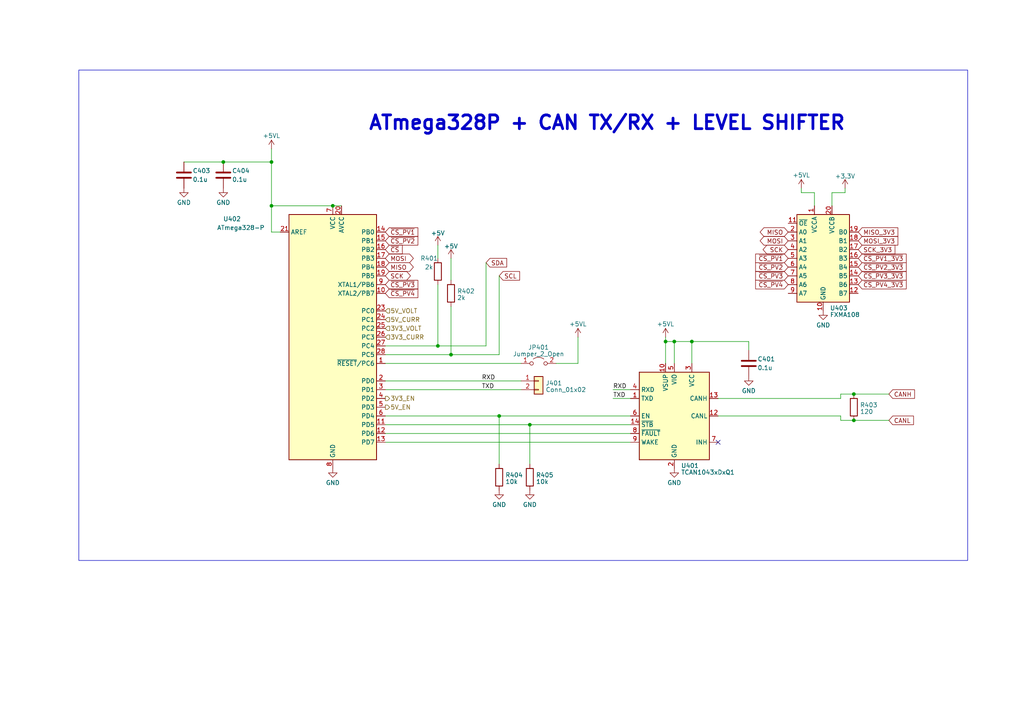
<source format=kicad_sch>
(kicad_sch (version 20230121) (generator eeschema)
  (paper "A4")
  (lib_symbols
    (symbol "Connector_Generic:Conn_01x02" (pin_names (offset 1.016) hide)
      (property "Reference" "J" (at 0 2.54 0))
      (property "Value" "Conn_01x02" (at 0 -5.08 0))
      (symbol "Conn_01x02_1_1"
        (rectangle (start -1.27 -2.413) (end 0 -2.667) (stroke (width 0.1524)))
        (rectangle (start -1.27 0.127) (end 0 -0.127) (stroke (width 0.1524)))
        (rectangle (start -1.27 1.27) (end 1.27 -3.81) (stroke (width 0.254)) (fill (type background)))
        (pin passive line (at -5.08 0 0) (length 3.81) (name "Pin_1") (number "1"))
        (pin passive line (at -5.08 -2.54 0) (length 3.81) (name "Pin_2") (number "2"))
      )
    )
    (symbol "Device:C" (pin_numbers hide) (pin_names (offset 0.254))
      (property "Reference" "C" (at 0.635 2.54 0))
      (property "Value" "C" (at 0.635 -2.54 0))
      (symbol "C_0_1"
        (polyline (pts (xy -2.032 -0.762) (xy 2.032 -0.762)) (stroke (width 0.508)))
        (polyline (pts (xy -2.032 0.762) (xy 2.032 0.762)) (stroke (width 0.508)))
      )
      (symbol "C_1_1"
        (pin passive line (at 0 3.81 270) (length 2.794) (name "~") (number "1"))
        (pin passive line (at 0 -3.81 90) (length 2.794) (name "~") (number "2"))
      )
    )
    (symbol "Device:R" (pin_numbers hide) (pin_names (offset 0))
      (property "Reference" "R" (at 2.032 0 90))
      (property "Value" "R" (at 0 0 90))
      (symbol "R_0_1"
        (rectangle (start -1.016 -2.54) (end 1.016 2.54) (stroke (width 0.254)))
      )
      (symbol "R_1_1"
        (pin passive line (at 0 3.81 270) (length 1.27) (name "~") (number "1"))
        (pin passive line (at 0 -3.81 90) (length 1.27) (name "~") (number "2"))
      )
    )
    (symbol "Interface_CAN_LIN:TCAN1043xDxQ1"
      (property "Reference" "U401" (at 1.9559 -14.4225 0))
      (property "Value" "TCAN1043xDxQ1" (at 1.9559 -16.3435 0))
      (symbol "TCAN1043xDxQ1_0_1"
        (rectangle (start -10.16 12.7) (end 10.16 -12.7) (stroke (width 0.254)) (fill (type background)))
      )
      (symbol "TCAN1043xDxQ1_1_1"
        (pin input line (at -12.7 5.08 0) (length 2.54) (name "TXD") (number "1"))
        (pin power_in line (at -2.54 15.24 270) (length 2.54) (name "VSUP") (number "10"))
        (pin no_connect line (at 10.16 -10.16 180) (length 2.54) hide (name "NC") (number "11"))
        (pin bidirectional line (at 12.7 0 180) (length 2.54) (name "CANL") (number "12"))
        (pin bidirectional line (at 12.7 5.08 180) (length 2.54) (name "CANH") (number "13"))
        (pin input line (at -12.7 -2.54 0) (length 2.54) (name "~{STB}") (number "14"))
        (pin power_in line (at 0 -15.24 90) (length 2.54) (name "GND") (number "2"))
        (pin power_in line (at 5.08 15.24 270) (length 2.54) (name "VCC") (number "3"))
        (pin output line (at -12.7 7.62 0) (length 2.54) (name "RXD") (number "4"))
        (pin power_in line (at 0 15.24 270) (length 2.54) (name "VIO") (number "5"))
        (pin input line (at -12.7 0 0) (length 2.54) (name "EN") (number "6"))
        (pin open_emitter line (at 12.7 -7.62 180) (length 2.54) (name "INH") (number "7"))
        (pin output line (at -12.7 -5.08 0) (length 2.54) (name "~{FAULT}") (number "8"))
        (pin input line (at -12.7 -7.62 0) (length 2.54) (name "WAKE") (number "9"))
      )
    )
    (symbol "Jumper:Jumper_2_Open" (pin_names (offset 0) hide)
      (property "Reference" "JP" (at 0 2.794 0))
      (property "Value" "Jumper_2_Open" (at 0 -2.286 0))
      (symbol "Jumper_2_Open_0_0"
        (circle (center -2.032 0) (radius 0.508))
        (circle (center 2.032 0) (radius 0.508))
      )
      (symbol "Jumper_2_Open_0_1"
        (arc (start 1.524 1.27) (mid 0 1.778) (end -1.524 1.27))
      )
      (symbol "Jumper_2_Open_1_1"
        (pin passive line (at -5.08 0 0) (length 2.54) (name "A") (number "1"))
        (pin passive line (at 5.08 0 180) (length 2.54) (name "B") (number "2"))
      )
    )
    (symbol "Logic_LevelTranslator:FXMA108"
      (property "Reference" "U" (at -6.35 13.97 0))
      (property "Value" "FXMA108" (at 7.62 13.97 0))
      (symbol "FXMA108_1_1"
        (rectangle (start -7.62 12.7) (end 7.62 -12.7) (stroke (width 0.254)) (fill (type background)))
        (pin power_in line (at -2.54 15.24 270) (length 2.54) (name "VCCA") (number "1"))
        (pin power_in line (at 0 -15.24 90) (length 2.54) (name "GND") (number "10"))
        (pin input line (at -10.16 10.16 0) (length 2.54) (name "~{OE}") (number "11"))
        (pin bidirectional line (at 10.16 -10.16 180) (length 2.54) (name "B7") (number "12"))
        (pin bidirectional line (at 10.16 -7.62 180) (length 2.54) (name "B6") (number "13"))
        (pin bidirectional line (at 10.16 -5.08 180) (length 2.54) (name "B5") (number "14"))
        (pin bidirectional line (at 10.16 -2.54 180) (length 2.54) (name "B4") (number "15"))
        (pin bidirectional line (at 10.16 0 180) (length 2.54) (name "B3") (number "16"))
        (pin bidirectional line (at 10.16 2.54 180) (length 2.54) (name "B2") (number "17"))
        (pin bidirectional line (at 10.16 5.08 180) (length 2.54) (name "B1") (number "18"))
        (pin bidirectional line (at 10.16 7.62 180) (length 2.54) (name "B0") (number "19"))
        (pin bidirectional line (at -10.16 7.62 0) (length 2.54) (name "A0") (number "2"))
        (pin power_in line (at 2.54 15.24 270) (length 2.54) (name "VCCB") (number "20"))
        (pin no_connect line (at 2.54 -12.7 90) (length 2.54) hide (name "NC") (number "21"))
        (pin bidirectional line (at -10.16 5.08 0) (length 2.54) (name "A1") (number "3"))
        (pin bidirectional line (at -10.16 2.54 0) (length 2.54) (name "A2") (number "4"))
        (pin bidirectional line (at -10.16 0 0) (length 2.54) (name "A3") (number "5"))
        (pin bidirectional line (at -10.16 -2.54 0) (length 2.54) (name "A4") (number "6"))
        (pin bidirectional line (at -10.16 -5.08 0) (length 2.54) (name "A5") (number "7"))
        (pin bidirectional line (at -10.16 -7.62 0) (length 2.54) (name "A6") (number "8"))
        (pin bidirectional line (at -10.16 -10.16 0) (length 2.54) (name "A7") (number "9"))
      )
    )
    (symbol "MCU_Microchip_ATmega:ATmega328-P"
      (property "Reference" "U" (at -12.7 36.83 0))
      (property "Value" "ATmega328-P" (at 2.54 -36.83 0))
      (symbol "ATmega328-P_0_1"
        (rectangle (start -12.7 -35.56) (end 12.7 35.56) (stroke (width 0.254)) (fill (type background)))
      )
      (symbol "ATmega328-P_1_1"
        (pin bidirectional line (at 15.24 -7.62 180) (length 2.54) (name "~{RESET}/PC6") (number "1"))
        (pin bidirectional line (at 15.24 12.7 180) (length 2.54) (name "XTAL2/PB7") (number "10"))
        (pin bidirectional line (at 15.24 -25.4 180) (length 2.54) (name "PD5") (number "11"))
        (pin bidirectional line (at 15.24 -27.94 180) (length 2.54) (name "PD6") (number "12"))
        (pin bidirectional line (at 15.24 -30.48 180) (length 2.54) (name "PD7") (number "13"))
        (pin bidirectional line (at 15.24 30.48 180) (length 2.54) (name "PB0") (number "14"))
        (pin bidirectional line (at 15.24 27.94 180) (length 2.54) (name "PB1") (number "15"))
        (pin bidirectional line (at 15.24 25.4 180) (length 2.54) (name "PB2") (number "16"))
        (pin bidirectional line (at 15.24 22.86 180) (length 2.54) (name "PB3") (number "17"))
        (pin bidirectional line (at 15.24 20.32 180) (length 2.54) (name "PB4") (number "18"))
        (pin bidirectional line (at 15.24 17.78 180) (length 2.54) (name "PB5") (number "19"))
        (pin bidirectional line (at 15.24 -12.7 180) (length 2.54) (name "PD0") (number "2"))
        (pin power_in line (at 2.54 38.1 270) (length 2.54) (name "AVCC") (number "20"))
        (pin passive line (at -15.24 30.48 0) (length 2.54) (name "AREF") (number "21"))
        (pin passive line (at 0 -38.1 90) (length 2.54) hide (name "GND") (number "22"))
        (pin bidirectional line (at 15.24 7.62 180) (length 2.54) (name "PC0") (number "23"))
        (pin bidirectional line (at 15.24 5.08 180) (length 2.54) (name "PC1") (number "24"))
        (pin bidirectional line (at 15.24 2.54 180) (length 2.54) (name "PC2") (number "25"))
        (pin bidirectional line (at 15.24 0 180) (length 2.54) (name "PC3") (number "26"))
        (pin bidirectional line (at 15.24 -2.54 180) (length 2.54) (name "PC4") (number "27"))
        (pin bidirectional line (at 15.24 -5.08 180) (length 2.54) (name "PC5") (number "28"))
        (pin bidirectional line (at 15.24 -15.24 180) (length 2.54) (name "PD1") (number "3"))
        (pin bidirectional line (at 15.24 -17.78 180) (length 2.54) (name "PD2") (number "4"))
        (pin bidirectional line (at 15.24 -20.32 180) (length 2.54) (name "PD3") (number "5"))
        (pin bidirectional line (at 15.24 -22.86 180) (length 2.54) (name "PD4") (number "6"))
        (pin power_in line (at 0 38.1 270) (length 2.54) (name "VCC") (number "7"))
        (pin power_in line (at 0 -38.1 90) (length 2.54) (name "GND") (number "8"))
        (pin bidirectional line (at 15.24 15.24 180) (length 2.54) (name "XTAL1/PB6") (number "9"))
      )
    )
    (symbol "power:+3.3V" (power) (pin_names (offset 0))
      (property "Value" "+3.3V" (at 0 3.556 0))
      (symbol "+3.3V_0_1"
        (polyline (pts (xy -0.762 1.27) (xy 0 2.54)))
        (polyline (pts (xy 0 0) (xy 0 2.54)))
        (polyline (pts (xy 0 2.54) (xy 0.762 1.27)))
      )
      (symbol "+3.3V_1_1"
        (pin power_in line (at 0 0 90) (length 0) hide (name "+3.3V") (number "1"))
      )
    )
    (symbol "power:+5V" (power) (pin_names (offset 0))
      (property "Value" "+5V" (at 0 3.556 0))
      (symbol "+5V_0_1"
        (polyline (pts (xy -0.762 1.27) (xy 0 2.54)))
        (polyline (pts (xy 0 0) (xy 0 2.54)))
        (polyline (pts (xy 0 2.54) (xy 0.762 1.27)))
      )
      (symbol "+5V_1_1"
        (pin power_in line (at 0 0 90) (length 0) hide (name "+5V") (number "1"))
      )
    )
    (symbol "power:+5VL" (power) (pin_names (offset 0))
      (property "Value" "+5VL" (at 0 3.556 0))
      (symbol "+5VL_0_1"
        (polyline (pts (xy -0.762 1.27) (xy 0 2.54)))
        (polyline (pts (xy 0 0) (xy 0 2.54)))
        (polyline (pts (xy 0 2.54) (xy 0.762 1.27)))
      )
      (symbol "+5VL_1_1"
        (pin power_in line (at 0 0 90) (length 0) hide (name "+5VL") (number "1"))
      )
    )
    (symbol "power:GND" (power) (pin_names (offset 0))
      (property "Value" "GND" (at 0 -3.81 0))
      (symbol "GND_0_1"
        (polyline (pts (xy 0 0) (xy 0 -1.27) (xy 1.27 -1.27) (xy 0 -2.54) (xy -1.27 -1.27) (xy 0 -1.27)))
      )
      (symbol "GND_1_1"
        (pin power_in line (at 0 0 270) (length 0) hide (name "GND") (number "1"))
      )
    )
  )
  (junction (at 78.74 59.69))
  (junction (at 130.81 102.87))
  (junction (at 64.77 46.99))
  (junction (at 193.04 99.06))
  (junction (at 153.67 123.19))
  (junction (at 144.78 120.65))
  (junction (at 247.65 114.3))
  (junction (at 200.66 99.06))
  (junction (at 247.65 121.92))
  (junction (at 78.74 46.99))
  (junction (at 195.58 99.06))
  (junction (at 96.52 59.69))
  (junction (at 127 100.33))
  (no_connect (at 208.28 128.27))
  (wire (pts (xy 111.76 125.73) (xy 182.88 125.73)))
  (wire (pts (xy 243.84 114.3) (xy 243.84 115.57)))
  (wire (pts (xy 130.81 102.87) (xy 144.78 102.87)))
  (wire (pts (xy 195.58 105.41) (xy 195.58 99.06)))
  (wire (pts (xy 247.65 114.3) (xy 257.81 114.3)))
  (wire (pts (xy 153.67 123.19) (xy 153.67 134.62)))
  (wire (pts (xy 144.78 120.65) (xy 182.88 120.65)))
  (wire (pts (xy 153.67 123.19) (xy 182.88 123.19)))
  (wire (pts (xy 96.52 59.69) (xy 99.06 59.69)))
  (wire (pts (xy 232.41 54.61) (xy 232.41 55.88)))
  (wire (pts (xy 247.65 121.92) (xy 257.81 121.92)))
  (wire (pts (xy 200.66 99.06) (xy 217.17 99.06)))
  (wire (pts (xy 243.84 120.65) (xy 243.84 121.92)))
  (wire (pts (xy 193.04 105.41) (xy 193.04 99.06)))
  (wire (pts (xy 111.76 128.27) (xy 182.88 128.27)))
  (wire (pts (xy 177.8 113.03) (xy 182.88 113.03)))
  (wire (pts (xy 217.17 99.06) (xy 217.17 101.6)))
  (wire (pts (xy 236.22 55.88) (xy 236.22 59.69)))
  (wire (pts (xy 130.81 88.9) (xy 130.81 102.87)))
  (wire (pts (xy 111.76 100.33) (xy 127 100.33)))
  (wire (pts (xy 144.78 120.65) (xy 144.78 134.62)))
  (wire (pts (xy 208.28 120.65) (xy 243.84 120.65)))
  (wire (pts (xy 130.81 74.93) (xy 130.81 81.28)))
  (wire (pts (xy 78.74 46.99) (xy 78.74 59.69)))
  (wire (pts (xy 127 100.33) (xy 140.97 100.33)))
  (wire (pts (xy 200.66 99.06) (xy 195.58 99.06)))
  (wire (pts (xy 241.3 55.88) (xy 241.3 59.69)))
  (wire (pts (xy 208.28 115.57) (xy 243.84 115.57)))
  (wire (pts (xy 64.77 46.99) (xy 78.74 46.99)))
  (wire (pts (xy 78.74 67.31) (xy 81.28 67.31)))
  (wire (pts (xy 78.74 59.69) (xy 96.52 59.69)))
  (wire (pts (xy 127 71.12) (xy 127 74.93)))
  (wire (pts (xy 245.11 55.88) (xy 241.3 55.88)))
  (wire (pts (xy 78.74 67.31) (xy 78.74 59.69)))
  (wire (pts (xy 232.41 55.88) (xy 236.22 55.88)))
  (wire (pts (xy 243.84 121.92) (xy 247.65 121.92)))
  (wire (pts (xy 161.29 105.41) (xy 167.64 105.41)))
  (wire (pts (xy 111.76 113.03) (xy 151.13 113.03)))
  (wire (pts (xy 193.04 97.79) (xy 193.04 99.06)))
  (wire (pts (xy 243.84 114.3) (xy 247.65 114.3)))
  (wire (pts (xy 167.64 105.41) (xy 167.64 97.79)))
  (wire (pts (xy 111.76 110.49) (xy 151.13 110.49)))
  (wire (pts (xy 200.66 105.41) (xy 200.66 99.06)))
  (wire (pts (xy 78.74 43.18) (xy 78.74 46.99)))
  (wire (pts (xy 195.58 99.06) (xy 193.04 99.06)))
  (wire (pts (xy 111.76 105.41) (xy 151.13 105.41)))
  (wire (pts (xy 127 82.55) (xy 127 100.33)))
  (wire (pts (xy 53.34 46.99) (xy 64.77 46.99)))
  (wire (pts (xy 144.78 102.87) (xy 144.78 80.01)))
  (wire (pts (xy 111.76 102.87) (xy 130.81 102.87)))
  (wire (pts (xy 111.76 120.65) (xy 144.78 120.65)))
  (wire (pts (xy 177.8 115.57) (xy 182.88 115.57)))
  (wire (pts (xy 111.76 123.19) (xy 153.67 123.19)))
  (wire (pts (xy 140.97 100.33) (xy 140.97 76.2)))
  (wire (pts (xy 245.11 54.61) (xy 245.11 55.88)))
  (rectangle (start 22.86 20.32) (end 280.67 162.56))
  (text "ATmega328P + CAN TX/RX + LEVEL SHIFTER" (at 106.68 38.1 0) (effects (font (size 4 4) bold) (justify left bottom)))
  (label "TXD" (at 177.8 115.57 0))
  (label "TXD" (at 139.7 113.03 0))
  (label "RXD" (at 139.7 110.49 0))
  (label "RXD" (at 177.8 113.03 0))
  (global_label "~{CS_PV1}" (shape input) (at 111.76 67.31 0) (property "Intersheetrefs" "${INTERSHEET_REFS}" (effects hide)))
  (global_label "MOSI" (shape bidirectional) (at 228.6 69.85 180) (property "Intersheetrefs" "${INTERSHEET_REFS}" (effects hide)))
  (global_label "~{CS_PV4_3V3}" (shape input) (at 248.92 82.55 0) (property "Intersheetrefs" "${INTERSHEET_REFS}" (effects hide)))
  (global_label "~{CS_PV4}" (shape input) (at 228.6 82.55 180) (property "Intersheetrefs" "${INTERSHEET_REFS}" (effects hide)))
  (global_label "SDA" (shape input) (at 140.97 76.2 0) (property "Intersheetrefs" "${INTERSHEET_REFS}" (effects hide)))
  (global_label "CANL" (shape input) (at 257.81 121.92 0) (property "Intersheetrefs" "${INTERSHEET_REFS}" (effects hide)))
  (global_label "MOSI" (shape bidirectional) (at 111.76 74.93 0) (property "Intersheetrefs" "${INTERSHEET_REFS}" (effects hide)))
  (global_label "~{CS_PV3_3V3}" (shape input) (at 248.92 80.01 0) (property "Intersheetrefs" "${INTERSHEET_REFS}" (effects hide)))
  (global_label "~{CS_PV2}" (shape input) (at 228.6 77.47 180) (property "Intersheetrefs" "${INTERSHEET_REFS}" (effects hide)))
  (global_label "~{CS_PV1_3V3}" (shape input) (at 248.92 74.93 0) (property "Intersheetrefs" "${INTERSHEET_REFS}" (effects hide)))
  (global_label "SCK" (shape bidirectional) (at 111.76 80.01 0) (property "Intersheetrefs" "${INTERSHEET_REFS}" (effects hide)))
  (global_label "SCL" (shape input) (at 144.78 80.01 0) (property "Intersheetrefs" "${INTERSHEET_REFS}" (effects hide)))
  (global_label "~{CS_PV3}" (shape input) (at 111.76 82.55 0) (property "Intersheetrefs" "${INTERSHEET_REFS}" (effects hide)))
  (global_label "SCK_3V3" (shape input) (at 248.92 72.39 0) (property "Intersheetrefs" "${INTERSHEET_REFS}" (effects hide)))
  (global_label "MISO_3V3" (shape input) (at 248.92 67.31 0) (property "Intersheetrefs" "${INTERSHEET_REFS}" (effects hide)))
  (global_label "SCK" (shape bidirectional) (at 228.6 72.39 180) (property "Intersheetrefs" "${INTERSHEET_REFS}" (effects hide)))
  (global_label "MISO" (shape bidirectional) (at 111.76 77.47 0) (property "Intersheetrefs" "${INTERSHEET_REFS}" (effects hide)))
  (global_label "~{CS_PV2_3V3}" (shape input) (at 248.92 77.47 0) (property "Intersheetrefs" "${INTERSHEET_REFS}" (effects hide)))
  (global_label "CANH" (shape input) (at 257.81 114.3 0) (property "Intersheetrefs" "${INTERSHEET_REFS}" (effects hide)))
  (global_label "~{CS_PV1}" (shape input) (at 228.6 74.93 180) (property "Intersheetrefs" "${INTERSHEET_REFS}" (effects hide)))
  (global_label "~{CS}" (shape input) (at 111.76 72.39 0) (property "Intersheetrefs" "${INTERSHEET_REFS}" (effects hide)))
  (global_label "~{CS_PV2}" (shape input) (at 111.76 69.85 0) (property "Intersheetrefs" "${INTERSHEET_REFS}" (effects hide)))
  (global_label "~{CS_PV4}" (shape input) (at 111.76 85.09 0) (property "Intersheetrefs" "${INTERSHEET_REFS}" (effects hide)))
  (global_label "~{CS_PV3}" (shape input) (at 228.6 80.01 180) (property "Intersheetrefs" "${INTERSHEET_REFS}" (effects hide)))
  (global_label "MISO" (shape bidirectional) (at 228.6 67.31 180) (property "Intersheetrefs" "${INTERSHEET_REFS}" (effects hide)))
  (global_label "MOSI_3V3" (shape input) (at 248.92 69.85 0) (property "Intersheetrefs" "${INTERSHEET_REFS}" (effects hide)))
  (hierarchical_label "3V3_EN" (shape output) (at 111.76 115.57 0))
  (hierarchical_label "3V3_CURR" (shape input) (at 111.76 97.79 0))
  (hierarchical_label "5V_EN" (shape output) (at 111.76 118.11 0))
  (hierarchical_label "5V_CURR" (shape input) (at 111.76 92.71 0))
  (hierarchical_label "3V3_VOLT" (shape input) (at 111.76 95.25 0))
  (hierarchical_label "5V_VOLT" (shape input) (at 111.76 90.17 0))
  (symbol (lib_id "power:GND") (at 53.34 54.61 0) (unit 1)
    (property "Reference" "#PWR0406" (effects hide))
    (property "Value" "GND" (at 53.34 58.7455 0))
  )
  (symbol (lib_id "Jumper:Jumper_2_Open") (at 156.21 105.41 0) (unit 1)
    (property "Reference" "JP401" (at 156.21 100.7491 0))
    (property "Value" "Jumper_2_Open" (at 156.21 102.6701 0))
  )
  (symbol (lib_id "power:GND") (at 195.58 135.89 0) (unit 1)
    (property "Reference" "#PWR0404" (effects hide))
    (property "Value" "GND" (at 195.58 140.0255 0))
  )
  (symbol (lib_id "power:+5V") (at 130.81 74.93 0) (unit 1)
    (property "Reference" "#PWR0402" (effects hide))
    (property "Value" "+5V" (at 130.81 71.4281 0))
  )
  (symbol (lib_id "power:GND") (at 238.76 90.17 0) (unit 1)
    (property "Reference" "#PWR0415" (effects hide))
    (property "Value" "GND" (at 238.76 94.3055 0))
  )
  (symbol (lib_id "power:GND") (at 64.77 54.61 0) (unit 1)
    (property "Reference" "#PWR0407" (effects hide))
    (property "Value" "GND" (at 64.77 58.7455 0))
  )
  (symbol (lib_id "power:+5VL") (at 232.41 54.61 0) (unit 1)
    (property "Reference" "#PWR050" (effects hide))
    (property "Value" "+5VL" (at 232.41 50.8 0))
    (instances (project "electrical-power-system" (path "" (reference "#PWR0413") (unit 1))) (project "PDB" (path "" (reference "#PWR050") (unit 1)) (path "" (reference "#PWR049") (unit 1)) (path "" (reference "#PWR050") (unit 1))))
  )
  (symbol (lib_id "power:+5V") (at 127 71.12 0) (unit 1)
    (property "Reference" "#PWR0401" (effects hide))
    (property "Value" "+5V" (at 127 67.6181 0))
  )
  (symbol (lib_id "power:+5VL") (at 78.74 43.18 0) (unit 1)
    (property "Reference" "#PWR050" (effects hide))
    (property "Value" "+5VL" (at 78.74 39.37 0))
    (instances (project "electrical-power-system" (path "" (reference "#PWR0405") (unit 1))) (project "PDB" (path "" (reference "#PWR050") (unit 1)) (path "" (reference "#PWR049") (unit 1)) (path "" (reference "#PWR050") (unit 1))))
  )
  (symbol (lib_id "Device:C") (at 217.17 105.41 0) (unit 1)
    (property "Reference" "C18" (at 219.71 104.14 0) (effects (justify left)))
    (property "Value" "0.1u" (at 219.71 106.68 0) (effects (justify left)))
    (property "Footprint" "Capacitor_SMD:C_0603_1608Metric" (effects hide))
    (instances (project "electrical-power-system" (path "" (reference "C401") (unit 1))) (project "PDB" (path "" (reference "C18") (unit 1))))
  )
  (symbol (lib_id "power:+5VL") (at 167.64 97.79 0) (unit 1)
    (property "Reference" "#PWR050" (effects hide))
    (property "Value" "+5VL" (at 167.64 93.98 0))
    (instances (project "electrical-power-system" (path "" (reference "#PWR0409") (unit 1))) (project "PDB" (path "" (reference "#PWR050") (unit 1)) (path "" (reference "#PWR049") (unit 1)) (path "" (reference "#PWR050") (unit 1))))
  )
  (symbol (lib_id "Device:C") (at 64.77 50.8 0) (unit 1)
    (property "Reference" "C18" (at 67.31 49.53 0) (effects (justify left)))
    (property "Value" "0.1u" (at 67.31 52.07 0) (effects (justify left)))
    (property "Footprint" "Capacitor_SMD:C_0603_1608Metric" (effects hide))
    (instances (project "electrical-power-system" (path "" (reference "C404") (unit 1))) (project "PDB" (path "" (reference "C18") (unit 1))))
  )
  (symbol (lib_id "Logic_LevelTranslator:FXMA108") (at 238.76 74.93 0) (unit 1)
    (property "Reference" "U403" (at 240.7159 89.3525 0) (effects (justify left)))
    (property "Value" "FXMA108" (at 240.7159 91.2735 0) (effects (justify left)))
    (property "Footprint" "Package_DFN_QFN:WQFN-20-1EP_2.5x4.5mm_P0.5mm_EP1x2.9mm" (effects hide))
    (property "Datasheet" "http://www.onsemi.com/pub/Collateral/FXMA108-D.pdf" (effects hide))
  )
  (symbol (lib_id "power:+3.3V") (at 245.11 54.61 0) (unit 1)
    (property "Reference" "#PWR0414" (effects hide))
    (property "Value" "+3.3V_PV" (at 245.11 51.1081 0))
  )
  (symbol (lib_id "power:+5VL") (at 193.04 97.79 0) (unit 1)
    (property "Reference" "#PWR050" (effects hide))
    (property "Value" "+5VL" (at 193.04 93.98 0))
    (instances (project "electrical-power-system" (path "" (reference "#PWR0403") (unit 1))) (project "PDB" (path "" (reference "#PWR050") (unit 1)) (path "" (reference "#PWR049") (unit 1)) (path "" (reference "#PWR050") (unit 1))))
  )
  (symbol (lib_id "Interface_CAN_LIN:TCAN1043xDxQ1") (at 195.58 120.65 0) (unit 1)
    (property "Reference" "U401" (at 197.5359 135.0725 0) (effects (justify left)))
    (property "Value" "TCAN1043xDxQ1" (at 197.5359 136.9935 0) (effects (justify left)))
    (property "Footprint" "Package_SO:SOIC-14_3.9x8.7mm_P1.27mm" (effects hide))
    (property "Datasheet" "http://www.ti.com/lit/ds/symlink/tcan1043-q1.pdf" (effects hide))
  )
  (symbol (lib_id "power:GND") (at 144.78 142.24 0) (unit 1)
    (property "Reference" "#PWR0411" (effects hide))
    (property "Value" "GND" (at 144.78 146.3755 0))
  )
  (symbol (lib_id "Connector_Generic:Conn_01x02") (at 156.21 110.49 0) (unit 1)
    (property "Reference" "J401" (at 158.242 111.1163 0) (effects (justify left)))
    (property "Value" "Conn_01x02" (at 158.242 113.0373 0) (effects (justify left)))
    (property "Footprint" "Connector_Phoenix_MC:PhoenixContact_MCV_1,5_2-G-3.81_1x02_P3.81mm_Vertical" (effects hide))
  )
  (symbol (lib_id "power:GND") (at 217.17 109.22 0) (unit 1)
    (property "Reference" "#PWR0410" (effects hide))
    (property "Value" "GND" (at 217.17 113.3555 0))
  )
  (symbol (lib_id "Device:R") (at 153.67 138.43 0) (unit 1)
    (property "Reference" "R405" (at 155.448 137.7863 0) (effects (justify left)))
    (property "Value" "10k" (at 155.448 139.7073 0) (effects (justify left)))
  )
  (symbol (lib_id "MCU_Microchip_ATmega:ATmega328-P") (at 96.52 97.79 0) (unit 1)
    (property "Reference" "U402" (at 67.31 63.5 0))
    (property "Value" "ATmega328-P" (at 69.85 66.04 0))
    (property "Footprint" "Package_DIP:DIP-28_W7.62mm" (effects hide))
    (property "Datasheet" "http://ww1.microchip.com/downloads/en/DeviceDoc/ATmega328_P%20AVR%20MCU%20with%20picoPower%20Technology%20Data%20Sheet%2040001984A.pdf" (effects hide))
  )
  (symbol (lib_id "Device:C") (at 53.34 50.8 0) (unit 1)
    (property "Reference" "C18" (at 55.88 49.53 0) (effects (justify left)))
    (property "Value" "0.1u" (at 55.88 52.07 0) (effects (justify left)))
    (property "Footprint" "Capacitor_SMD:C_0603_1608Metric" (effects hide))
    (instances (project "electrical-power-system" (path "" (reference "C403") (unit 1))) (project "PDB" (path "" (reference "C18") (unit 1))))
  )
  (symbol (lib_id "Device:R") (at 144.78 138.43 0) (unit 1)
    (property "Reference" "R404" (at 146.558 137.7863 0) (effects (justify left)))
    (property "Value" "10k" (at 146.558 139.7073 0) (effects (justify left)))
  )
  (symbol (lib_id "Device:R") (at 127 78.74 0) (unit 1)
    (property "Reference" "R401" (at 121.92 74.93 0) (effects (justify left)))
    (property "Value" "2k" (at 123.19 77.47 0) (effects (justify left)))
  )
  (symbol (lib_id "Device:R") (at 247.65 118.11 0) (unit 1)
    (property "Reference" "R403" (at 249.428 117.4663 0) (effects (justify left)))
    (property "Value" "120" (at 249.428 119.3873 0) (effects (justify left)))
  )
  (symbol (lib_id "power:GND") (at 153.67 142.24 0) (unit 1)
    (property "Reference" "#PWR0412" (effects hide))
    (property "Value" "GND" (at 153.67 146.3755 0))
  )
  (symbol (lib_id "power:GND") (at 96.52 135.89 0) (unit 1)
    (property "Reference" "#PWR0408" (effects hide))
    (property "Value" "GND" (at 96.52 140.0255 0))
  )
  (symbol (lib_id "Device:R") (at 130.81 85.09 0) (unit 1)
    (property "Reference" "R402" (at 132.588 84.4463 0) (effects (justify left)))
    (property "Value" "2k" (at 132.588 86.3673 0) (effects (justify left)))
  )
)
</source>
